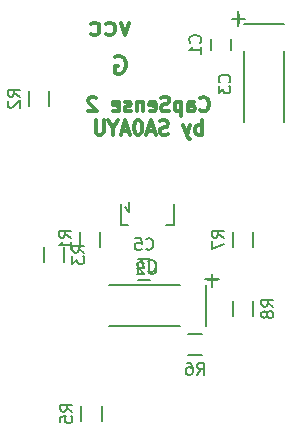
<source format=gbr>
G04 #@! TF.FileFunction,Legend,Bot*
%FSLAX46Y46*%
G04 Gerber Fmt 4.6, Leading zero omitted, Abs format (unit mm)*
G04 Created by KiCad (PCBNEW 4.0.2-4+6225~38~ubuntu14.04.1-stable) date mån 11 jul 2016 23:59:32*
%MOMM*%
G01*
G04 APERTURE LIST*
%ADD10C,0.100000*%
%ADD11C,0.300000*%
%ADD12C,0.150000*%
G04 APERTURE END LIST*
D10*
D11*
X69965143Y-44081000D02*
X70108000Y-44009571D01*
X70322286Y-44009571D01*
X70536571Y-44081000D01*
X70679429Y-44223857D01*
X70750857Y-44366714D01*
X70822286Y-44652429D01*
X70822286Y-44866714D01*
X70750857Y-45152429D01*
X70679429Y-45295286D01*
X70536571Y-45438143D01*
X70322286Y-45509571D01*
X70179429Y-45509571D01*
X69965143Y-45438143D01*
X69893714Y-45366714D01*
X69893714Y-44866714D01*
X70179429Y-44866714D01*
X77142427Y-48587571D02*
X77199570Y-48644714D01*
X77370999Y-48701857D01*
X77485285Y-48701857D01*
X77656713Y-48644714D01*
X77770999Y-48530429D01*
X77828142Y-48416143D01*
X77885285Y-48187571D01*
X77885285Y-48016143D01*
X77828142Y-47787571D01*
X77770999Y-47673286D01*
X77656713Y-47559000D01*
X77485285Y-47501857D01*
X77370999Y-47501857D01*
X77199570Y-47559000D01*
X77142427Y-47616143D01*
X76113856Y-48701857D02*
X76113856Y-48073286D01*
X76170999Y-47959000D01*
X76285285Y-47901857D01*
X76513856Y-47901857D01*
X76628142Y-47959000D01*
X76113856Y-48644714D02*
X76228142Y-48701857D01*
X76513856Y-48701857D01*
X76628142Y-48644714D01*
X76685285Y-48530429D01*
X76685285Y-48416143D01*
X76628142Y-48301857D01*
X76513856Y-48244714D01*
X76228142Y-48244714D01*
X76113856Y-48187571D01*
X75542428Y-47901857D02*
X75542428Y-49101857D01*
X75542428Y-47959000D02*
X75428142Y-47901857D01*
X75199571Y-47901857D01*
X75085285Y-47959000D01*
X75028142Y-48016143D01*
X74970999Y-48130429D01*
X74970999Y-48473286D01*
X75028142Y-48587571D01*
X75085285Y-48644714D01*
X75199571Y-48701857D01*
X75428142Y-48701857D01*
X75542428Y-48644714D01*
X74513857Y-48644714D02*
X74342428Y-48701857D01*
X74056714Y-48701857D01*
X73942428Y-48644714D01*
X73885285Y-48587571D01*
X73828142Y-48473286D01*
X73828142Y-48359000D01*
X73885285Y-48244714D01*
X73942428Y-48187571D01*
X74056714Y-48130429D01*
X74285285Y-48073286D01*
X74399571Y-48016143D01*
X74456714Y-47959000D01*
X74513857Y-47844714D01*
X74513857Y-47730429D01*
X74456714Y-47616143D01*
X74399571Y-47559000D01*
X74285285Y-47501857D01*
X73999571Y-47501857D01*
X73828142Y-47559000D01*
X72856714Y-48644714D02*
X72971000Y-48701857D01*
X73199571Y-48701857D01*
X73313857Y-48644714D01*
X73371000Y-48530429D01*
X73371000Y-48073286D01*
X73313857Y-47959000D01*
X73199571Y-47901857D01*
X72971000Y-47901857D01*
X72856714Y-47959000D01*
X72799571Y-48073286D01*
X72799571Y-48187571D01*
X73371000Y-48301857D01*
X72285286Y-47901857D02*
X72285286Y-48701857D01*
X72285286Y-48016143D02*
X72228143Y-47959000D01*
X72113857Y-47901857D01*
X71942429Y-47901857D01*
X71828143Y-47959000D01*
X71771000Y-48073286D01*
X71771000Y-48701857D01*
X71256715Y-48644714D02*
X71142429Y-48701857D01*
X70913857Y-48701857D01*
X70799572Y-48644714D01*
X70742429Y-48530429D01*
X70742429Y-48473286D01*
X70799572Y-48359000D01*
X70913857Y-48301857D01*
X71085286Y-48301857D01*
X71199572Y-48244714D01*
X71256715Y-48130429D01*
X71256715Y-48073286D01*
X71199572Y-47959000D01*
X71085286Y-47901857D01*
X70913857Y-47901857D01*
X70799572Y-47959000D01*
X69771000Y-48644714D02*
X69885286Y-48701857D01*
X70113857Y-48701857D01*
X70228143Y-48644714D01*
X70285286Y-48530429D01*
X70285286Y-48073286D01*
X70228143Y-47959000D01*
X70113857Y-47901857D01*
X69885286Y-47901857D01*
X69771000Y-47959000D01*
X69713857Y-48073286D01*
X69713857Y-48187571D01*
X70285286Y-48301857D01*
X68342429Y-47616143D02*
X68285286Y-47559000D01*
X68171000Y-47501857D01*
X67885286Y-47501857D01*
X67771000Y-47559000D01*
X67713857Y-47616143D01*
X67656714Y-47730429D01*
X67656714Y-47844714D01*
X67713857Y-48016143D01*
X68399571Y-48701857D01*
X67656714Y-48701857D01*
X77256714Y-50681857D02*
X77256714Y-49481857D01*
X77256714Y-49939000D02*
X77142428Y-49881857D01*
X76913857Y-49881857D01*
X76799571Y-49939000D01*
X76742428Y-49996143D01*
X76685285Y-50110429D01*
X76685285Y-50453286D01*
X76742428Y-50567571D01*
X76799571Y-50624714D01*
X76913857Y-50681857D01*
X77142428Y-50681857D01*
X77256714Y-50624714D01*
X76285285Y-49881857D02*
X75999571Y-50681857D01*
X75713857Y-49881857D02*
X75999571Y-50681857D01*
X76113857Y-50967571D01*
X76171000Y-51024714D01*
X76285285Y-51081857D01*
X74399571Y-50624714D02*
X74228142Y-50681857D01*
X73942428Y-50681857D01*
X73828142Y-50624714D01*
X73770999Y-50567571D01*
X73713856Y-50453286D01*
X73713856Y-50339000D01*
X73770999Y-50224714D01*
X73828142Y-50167571D01*
X73942428Y-50110429D01*
X74170999Y-50053286D01*
X74285285Y-49996143D01*
X74342428Y-49939000D01*
X74399571Y-49824714D01*
X74399571Y-49710429D01*
X74342428Y-49596143D01*
X74285285Y-49539000D01*
X74170999Y-49481857D01*
X73885285Y-49481857D01*
X73713856Y-49539000D01*
X73256714Y-50339000D02*
X72685285Y-50339000D01*
X73370999Y-50681857D02*
X72970999Y-49481857D01*
X72570999Y-50681857D01*
X71942428Y-49481857D02*
X71828143Y-49481857D01*
X71713857Y-49539000D01*
X71656714Y-49596143D01*
X71599571Y-49710429D01*
X71542428Y-49939000D01*
X71542428Y-50224714D01*
X71599571Y-50453286D01*
X71656714Y-50567571D01*
X71713857Y-50624714D01*
X71828143Y-50681857D01*
X71942428Y-50681857D01*
X72056714Y-50624714D01*
X72113857Y-50567571D01*
X72171000Y-50453286D01*
X72228143Y-50224714D01*
X72228143Y-49939000D01*
X72171000Y-49710429D01*
X72113857Y-49596143D01*
X72056714Y-49539000D01*
X71942428Y-49481857D01*
X71085286Y-50339000D02*
X70513857Y-50339000D01*
X71199571Y-50681857D02*
X70799571Y-49481857D01*
X70399571Y-50681857D01*
X69771000Y-50110429D02*
X69771000Y-50681857D01*
X70171000Y-49481857D02*
X69771000Y-50110429D01*
X69371000Y-49481857D01*
X68971001Y-49481857D02*
X68971001Y-50453286D01*
X68913858Y-50567571D01*
X68856715Y-50624714D01*
X68742429Y-50681857D01*
X68513858Y-50681857D01*
X68399572Y-50624714D01*
X68342429Y-50567571D01*
X68285286Y-50453286D01*
X68285286Y-49481857D01*
X71111856Y-41207571D02*
X70754713Y-42207571D01*
X70397571Y-41207571D01*
X69183285Y-42136143D02*
X69326142Y-42207571D01*
X69611856Y-42207571D01*
X69754714Y-42136143D01*
X69826142Y-42064714D01*
X69897571Y-41921857D01*
X69897571Y-41493286D01*
X69826142Y-41350429D01*
X69754714Y-41279000D01*
X69611856Y-41207571D01*
X69326142Y-41207571D01*
X69183285Y-41279000D01*
X67897571Y-42136143D02*
X68040428Y-42207571D01*
X68326142Y-42207571D01*
X68469000Y-42136143D01*
X68540428Y-42064714D01*
X68611857Y-41921857D01*
X68611857Y-41493286D01*
X68540428Y-41350429D01*
X68469000Y-41279000D01*
X68326142Y-41207571D01*
X68040428Y-41207571D01*
X67897571Y-41279000D01*
D12*
X78017000Y-43553000D02*
X78017000Y-42553000D01*
X79717000Y-42553000D02*
X79717000Y-43553000D01*
X80850740Y-41358820D02*
X84249260Y-41358820D01*
X84249260Y-49608740D02*
X84249260Y-43609260D01*
X80850740Y-49608740D02*
X80850740Y-43609260D01*
X79847440Y-40855900D02*
X80947260Y-40855900D01*
X80347820Y-40256460D02*
X80347820Y-41455340D01*
X77640180Y-63451740D02*
X77640180Y-66850260D01*
X69390260Y-66850260D02*
X75389740Y-66850260D01*
X69390260Y-63451740D02*
X75389740Y-63451740D01*
X78143100Y-62448440D02*
X78143100Y-63548260D01*
X78742540Y-62948820D02*
X77543660Y-62948820D01*
X71890000Y-61253000D02*
X72890000Y-61253000D01*
X72890000Y-62953000D02*
X71890000Y-62953000D01*
X70744080Y-56822340D02*
X70993000Y-57122060D01*
X70993000Y-57122060D02*
X71094600Y-57271920D01*
X71094600Y-57271920D02*
X71094600Y-56423560D01*
X70393560Y-58323480D02*
X70393560Y-56522620D01*
X70393560Y-58323480D02*
X71043800Y-58323480D01*
X74894440Y-58323480D02*
X74894440Y-56522620D01*
X74894440Y-58323480D02*
X74244200Y-58323480D01*
X68693000Y-60163000D02*
X68693000Y-58963000D01*
X66943000Y-58963000D02*
X66943000Y-60163000D01*
X64375000Y-48225000D02*
X64375000Y-47025000D01*
X62625000Y-47025000D02*
X62625000Y-48225000D01*
X63895000Y-60233000D02*
X63895000Y-61433000D01*
X65645000Y-61433000D02*
X65645000Y-60233000D01*
X68820000Y-74895000D02*
X68820000Y-73695000D01*
X67070000Y-73695000D02*
X67070000Y-74895000D01*
X77308000Y-67578000D02*
X76108000Y-67578000D01*
X76108000Y-69328000D02*
X77308000Y-69328000D01*
X81647000Y-60163000D02*
X81647000Y-58963000D01*
X79897000Y-58963000D02*
X79897000Y-60163000D01*
X79897000Y-64805000D02*
X79897000Y-66005000D01*
X81647000Y-66005000D02*
X81647000Y-64805000D01*
X77124143Y-42886334D02*
X77171762Y-42838715D01*
X77219381Y-42695858D01*
X77219381Y-42600620D01*
X77171762Y-42457762D01*
X77076524Y-42362524D01*
X76981286Y-42314905D01*
X76790810Y-42267286D01*
X76647952Y-42267286D01*
X76457476Y-42314905D01*
X76362238Y-42362524D01*
X76267000Y-42457762D01*
X76219381Y-42600620D01*
X76219381Y-42695858D01*
X76267000Y-42838715D01*
X76314619Y-42886334D01*
X77219381Y-43838715D02*
X77219381Y-43267286D01*
X77219381Y-43553000D02*
X76219381Y-43553000D01*
X76362238Y-43457762D01*
X76457476Y-43362524D01*
X76505095Y-43267286D01*
X79607683Y-46241674D02*
X79655302Y-46194055D01*
X79702921Y-46051198D01*
X79702921Y-45955960D01*
X79655302Y-45813102D01*
X79560064Y-45717864D01*
X79464826Y-45670245D01*
X79274350Y-45622626D01*
X79131492Y-45622626D01*
X78941016Y-45670245D01*
X78845778Y-45717864D01*
X78750540Y-45813102D01*
X78702921Y-45955960D01*
X78702921Y-46051198D01*
X78750540Y-46194055D01*
X78798159Y-46241674D01*
X78702921Y-46575007D02*
X78702921Y-47194055D01*
X79083873Y-46860721D01*
X79083873Y-47003579D01*
X79131492Y-47098817D01*
X79179111Y-47146436D01*
X79274350Y-47194055D01*
X79512445Y-47194055D01*
X79607683Y-47146436D01*
X79655302Y-47098817D01*
X79702921Y-47003579D01*
X79702921Y-46717864D01*
X79655302Y-46622626D01*
X79607683Y-46575007D01*
X80421789Y-40477488D02*
X80421789Y-41239393D01*
X80802741Y-40858441D02*
X80040836Y-40858441D01*
X72757326Y-62208683D02*
X72804945Y-62256302D01*
X72947802Y-62303921D01*
X73043040Y-62303921D01*
X73185898Y-62256302D01*
X73281136Y-62161064D01*
X73328755Y-62065826D01*
X73376374Y-61875350D01*
X73376374Y-61732492D01*
X73328755Y-61542016D01*
X73281136Y-61446778D01*
X73185898Y-61351540D01*
X73043040Y-61303921D01*
X72947802Y-61303921D01*
X72804945Y-61351540D01*
X72757326Y-61399159D01*
X71900183Y-61637254D02*
X71900183Y-62303921D01*
X72138279Y-61256302D02*
X72376374Y-61970588D01*
X71757326Y-61970588D01*
X78521512Y-63022789D02*
X77759607Y-63022789D01*
X78140559Y-63403741D02*
X78140559Y-62641836D01*
X72556666Y-60360143D02*
X72604285Y-60407762D01*
X72747142Y-60455381D01*
X72842380Y-60455381D01*
X72985238Y-60407762D01*
X73080476Y-60312524D01*
X73128095Y-60217286D01*
X73175714Y-60026810D01*
X73175714Y-59883952D01*
X73128095Y-59693476D01*
X73080476Y-59598238D01*
X72985238Y-59503000D01*
X72842380Y-59455381D01*
X72747142Y-59455381D01*
X72604285Y-59503000D01*
X72556666Y-59550619D01*
X71651904Y-59455381D02*
X72128095Y-59455381D01*
X72175714Y-59931571D01*
X72128095Y-59883952D01*
X72032857Y-59836333D01*
X71794761Y-59836333D01*
X71699523Y-59883952D01*
X71651904Y-59931571D01*
X71604285Y-60026810D01*
X71604285Y-60264905D01*
X71651904Y-60360143D01*
X71699523Y-60407762D01*
X71794761Y-60455381D01*
X72032857Y-60455381D01*
X72128095Y-60407762D01*
X72175714Y-60360143D01*
X73355105Y-61476641D02*
X73355105Y-62286165D01*
X73307486Y-62381403D01*
X73259867Y-62429022D01*
X73164629Y-62476641D01*
X72974152Y-62476641D01*
X72878914Y-62429022D01*
X72831295Y-62381403D01*
X72783676Y-62286165D01*
X72783676Y-61476641D01*
X72355105Y-61571879D02*
X72307486Y-61524260D01*
X72212248Y-61476641D01*
X71974152Y-61476641D01*
X71878914Y-61524260D01*
X71831295Y-61571879D01*
X71783676Y-61667117D01*
X71783676Y-61762355D01*
X71831295Y-61905212D01*
X72402724Y-62476641D01*
X71783676Y-62476641D01*
X66170381Y-59396334D02*
X65694190Y-59063000D01*
X66170381Y-58824905D02*
X65170381Y-58824905D01*
X65170381Y-59205858D01*
X65218000Y-59301096D01*
X65265619Y-59348715D01*
X65360857Y-59396334D01*
X65503714Y-59396334D01*
X65598952Y-59348715D01*
X65646571Y-59301096D01*
X65694190Y-59205858D01*
X65694190Y-58824905D01*
X66170381Y-60348715D02*
X66170381Y-59777286D01*
X66170381Y-60063000D02*
X65170381Y-60063000D01*
X65313238Y-59967762D01*
X65408476Y-59872524D01*
X65456095Y-59777286D01*
X61852381Y-47458334D02*
X61376190Y-47125000D01*
X61852381Y-46886905D02*
X60852381Y-46886905D01*
X60852381Y-47267858D01*
X60900000Y-47363096D01*
X60947619Y-47410715D01*
X61042857Y-47458334D01*
X61185714Y-47458334D01*
X61280952Y-47410715D01*
X61328571Y-47363096D01*
X61376190Y-47267858D01*
X61376190Y-46886905D01*
X60947619Y-47839286D02*
X60900000Y-47886905D01*
X60852381Y-47982143D01*
X60852381Y-48220239D01*
X60900000Y-48315477D01*
X60947619Y-48363096D01*
X61042857Y-48410715D01*
X61138095Y-48410715D01*
X61280952Y-48363096D01*
X61852381Y-47791667D01*
X61852381Y-48410715D01*
X67322381Y-60666334D02*
X66846190Y-60333000D01*
X67322381Y-60094905D02*
X66322381Y-60094905D01*
X66322381Y-60475858D01*
X66370000Y-60571096D01*
X66417619Y-60618715D01*
X66512857Y-60666334D01*
X66655714Y-60666334D01*
X66750952Y-60618715D01*
X66798571Y-60571096D01*
X66846190Y-60475858D01*
X66846190Y-60094905D01*
X66322381Y-60999667D02*
X66322381Y-61618715D01*
X66703333Y-61285381D01*
X66703333Y-61428239D01*
X66750952Y-61523477D01*
X66798571Y-61571096D01*
X66893810Y-61618715D01*
X67131905Y-61618715D01*
X67227143Y-61571096D01*
X67274762Y-61523477D01*
X67322381Y-61428239D01*
X67322381Y-61142524D01*
X67274762Y-61047286D01*
X67227143Y-60999667D01*
X66297381Y-74128334D02*
X65821190Y-73795000D01*
X66297381Y-73556905D02*
X65297381Y-73556905D01*
X65297381Y-73937858D01*
X65345000Y-74033096D01*
X65392619Y-74080715D01*
X65487857Y-74128334D01*
X65630714Y-74128334D01*
X65725952Y-74080715D01*
X65773571Y-74033096D01*
X65821190Y-73937858D01*
X65821190Y-73556905D01*
X65297381Y-75033096D02*
X65297381Y-74556905D01*
X65773571Y-74509286D01*
X65725952Y-74556905D01*
X65678333Y-74652143D01*
X65678333Y-74890239D01*
X65725952Y-74985477D01*
X65773571Y-75033096D01*
X65868810Y-75080715D01*
X66106905Y-75080715D01*
X66202143Y-75033096D01*
X66249762Y-74985477D01*
X66297381Y-74890239D01*
X66297381Y-74652143D01*
X66249762Y-74556905D01*
X66202143Y-74509286D01*
X76874666Y-71005381D02*
X77208000Y-70529190D01*
X77446095Y-71005381D02*
X77446095Y-70005381D01*
X77065142Y-70005381D01*
X76969904Y-70053000D01*
X76922285Y-70100619D01*
X76874666Y-70195857D01*
X76874666Y-70338714D01*
X76922285Y-70433952D01*
X76969904Y-70481571D01*
X77065142Y-70529190D01*
X77446095Y-70529190D01*
X76017523Y-70005381D02*
X76208000Y-70005381D01*
X76303238Y-70053000D01*
X76350857Y-70100619D01*
X76446095Y-70243476D01*
X76493714Y-70433952D01*
X76493714Y-70814905D01*
X76446095Y-70910143D01*
X76398476Y-70957762D01*
X76303238Y-71005381D01*
X76112761Y-71005381D01*
X76017523Y-70957762D01*
X75969904Y-70910143D01*
X75922285Y-70814905D01*
X75922285Y-70576810D01*
X75969904Y-70481571D01*
X76017523Y-70433952D01*
X76112761Y-70386333D01*
X76303238Y-70386333D01*
X76398476Y-70433952D01*
X76446095Y-70481571D01*
X76493714Y-70576810D01*
X79124381Y-59396334D02*
X78648190Y-59063000D01*
X79124381Y-58824905D02*
X78124381Y-58824905D01*
X78124381Y-59205858D01*
X78172000Y-59301096D01*
X78219619Y-59348715D01*
X78314857Y-59396334D01*
X78457714Y-59396334D01*
X78552952Y-59348715D01*
X78600571Y-59301096D01*
X78648190Y-59205858D01*
X78648190Y-58824905D01*
X78124381Y-59729667D02*
X78124381Y-60396334D01*
X79124381Y-59967762D01*
X83324381Y-65238334D02*
X82848190Y-64905000D01*
X83324381Y-64666905D02*
X82324381Y-64666905D01*
X82324381Y-65047858D01*
X82372000Y-65143096D01*
X82419619Y-65190715D01*
X82514857Y-65238334D01*
X82657714Y-65238334D01*
X82752952Y-65190715D01*
X82800571Y-65143096D01*
X82848190Y-65047858D01*
X82848190Y-64666905D01*
X82752952Y-65809762D02*
X82705333Y-65714524D01*
X82657714Y-65666905D01*
X82562476Y-65619286D01*
X82514857Y-65619286D01*
X82419619Y-65666905D01*
X82372000Y-65714524D01*
X82324381Y-65809762D01*
X82324381Y-66000239D01*
X82372000Y-66095477D01*
X82419619Y-66143096D01*
X82514857Y-66190715D01*
X82562476Y-66190715D01*
X82657714Y-66143096D01*
X82705333Y-66095477D01*
X82752952Y-66000239D01*
X82752952Y-65809762D01*
X82800571Y-65714524D01*
X82848190Y-65666905D01*
X82943429Y-65619286D01*
X83133905Y-65619286D01*
X83229143Y-65666905D01*
X83276762Y-65714524D01*
X83324381Y-65809762D01*
X83324381Y-66000239D01*
X83276762Y-66095477D01*
X83229143Y-66143096D01*
X83133905Y-66190715D01*
X82943429Y-66190715D01*
X82848190Y-66143096D01*
X82800571Y-66095477D01*
X82752952Y-66000239D01*
M02*

</source>
